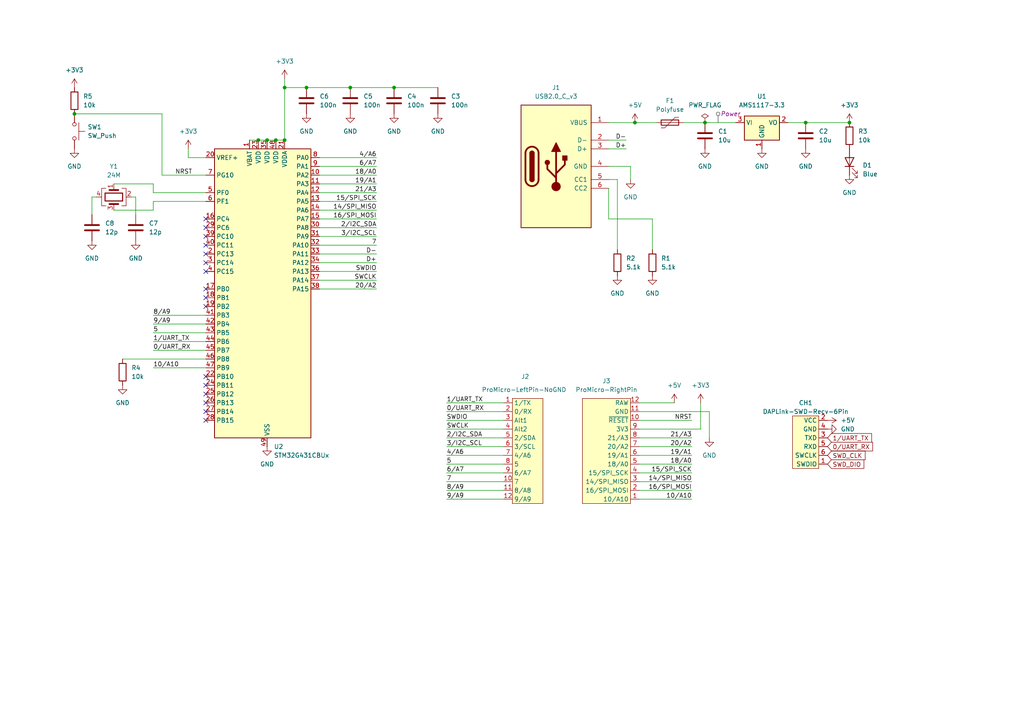
<source format=kicad_sch>
(kicad_sch (version 20230121) (generator eeschema)
  (paper "A4")
  (lib_symbols
    (symbol "$74th:DAPLink-SWD-Recv-6Pin"
      (property "Reference" "J" (at 0 5.08 0))
      (property "Value" "DAPLink-SWD-Recv-6Pin" (at 0 7.62 0))
      (symbol "DAPLink-SWD-Recv-6Pin_0_1"
        (rectangle (start -3.81 3.81) (end 3.81 -11.43) (stroke (width 0.1524)) (fill (type background)))
      )
      (symbol "DAPLink-SWD-Recv-6Pin_1_1"
        (pin output line (at 6.35 -10.16 180) (length 2.54) (name "SWDIO") (number "1"))
        (pin power_out line (at 6.35 2.54 180) (length 2.54) (name "VCC") (number "2"))
        (pin input line (at 6.35 -2.54 180) (length 2.54) (name "TXD") (number "3"))
        (pin power_out line (at 6.35 0 180) (length 2.54) (name "GND") (number "4"))
        (pin output line (at 6.35 -5.08 180) (length 2.54) (name "RXD") (number "5"))
        (pin output line (at 6.35 -7.62 180) (length 2.54) (name "SWCLK") (number "6"))
      )
    )
    (symbol "$74th:Oscillator_24GND" (pin_names (offset 1.016) hide)
      (property "Reference" "Y" (at 3.175 5.08 0))
      (property "Value" "Oscillator_24GND" (at 3.175 3.175 0))
      (symbol "Oscillator_24GND_0_1"
        (rectangle (start -1.143 2.54) (end 1.143 -2.54) (stroke (width 0.3048)))
        (polyline (pts (xy -2.54 0) (xy -2.032 0)))
        (polyline (pts (xy -2.032 -1.27) (xy -2.032 1.27)) (stroke (width 0.508)))
        (polyline (pts (xy 0 -3.81) (xy 0 -3.556)))
        (polyline (pts (xy 0 3.556) (xy 0 3.81)))
        (polyline (pts (xy 2.032 -1.27) (xy 2.032 1.27)) (stroke (width 0.508)))
        (polyline (pts (xy 2.032 0) (xy 2.54 0)))
        (polyline (pts (xy -2.54 -2.286) (xy -2.54 -3.556) (xy 2.54 -3.556) (xy 2.54 -2.286)))
        (polyline (pts (xy -2.54 2.286) (xy -2.54 3.556) (xy 2.54 3.556) (xy 2.54 2.286)))
      )
      (symbol "Oscillator_24GND_1_1"
        (pin passive line (at -3.81 0 0) (length 1.27) (name "1") (number "1"))
        (pin passive line (at 0 5.08 270) (length 1.27) (name "2") (number "2"))
        (pin passive line (at 3.81 0 180) (length 1.27) (name "3") (number "3"))
        (pin passive line (at 0 -5.08 90) (length 1.27) (name "4") (number "4"))
      )
    )
    (symbol "$74th:ProMicro-LeftPin-NoGND"
      (property "Reference" "CH" (at 0 12.7 0))
      (property "Value" "ProMicro-LeftPin" (at 0 15.24 0))
      (symbol "ProMicro-LeftPin-NoGND_0_1"
        (rectangle (start -3.81 11.43) (end 5.08 -19.05) (stroke (width 0.1524)) (fill (type background)))
      )
      (symbol "ProMicro-LeftPin-NoGND_1_1"
        (pin bidirectional line (at -6.35 10.16 0) (length 2.54) (name "1/TX") (number "1"))
        (pin bidirectional line (at -6.35 -12.7 0) (length 2.54) (name "7") (number "10"))
        (pin bidirectional line (at -6.35 -15.24 0) (length 2.54) (name "8/A8") (number "11"))
        (pin bidirectional line (at -6.35 -17.78 0) (length 2.54) (name "9/A9") (number "12"))
        (pin bidirectional line (at -6.35 7.62 0) (length 2.54) (name "0/RX") (number "2"))
        (pin bidirectional line (at -6.35 5.08 0) (length 2.54) (name "Alt1") (number "3"))
        (pin bidirectional line (at -6.35 2.54 0) (length 2.54) (name "Alt2") (number "4"))
        (pin bidirectional line (at -6.35 0 0) (length 2.54) (name "2/SDA") (number "5"))
        (pin bidirectional line (at -6.35 -2.54 0) (length 2.54) (name "3/SCL") (number "6"))
        (pin bidirectional line (at -6.35 -5.08 0) (length 2.54) (name "4/A6") (number "7"))
        (pin bidirectional line (at -6.35 -7.62 0) (length 2.54) (name "5") (number "8"))
        (pin bidirectional line (at -6.35 -10.16 0) (length 2.54) (name "6/A7") (number "9"))
      )
    )
    (symbol "$74th:ProMicro-RightPin"
      (property "Reference" "CH" (at 0 12.7 0))
      (property "Value" "ProMicro-RightPin" (at 0 15.24 0))
      (symbol "ProMicro-RightPin_0_1"
        (rectangle (start -3.81 11.43) (end 10.16 -19.05) (stroke (width 0.1524)) (fill (type background)))
      )
      (symbol "ProMicro-RightPin_1_1"
        (pin bidirectional line (at 12.7 -17.78 180) (length 2.54) (name "10/A10") (number "1"))
        (pin input line (at 12.7 5.08 180) (length 2.54) (name "~{RESET}") (number "10"))
        (pin power_in line (at 12.7 7.62 180) (length 2.54) (name "GND") (number "11"))
        (pin power_in line (at 12.7 10.16 180) (length 2.54) (name "RAW") (number "12"))
        (pin bidirectional line (at 12.7 -15.24 180) (length 2.54) (name "16/SPI_MOSI") (number "2"))
        (pin bidirectional line (at 12.7 -12.7 180) (length 2.54) (name "14/SPI_MISO") (number "3"))
        (pin bidirectional line (at 12.7 -10.16 180) (length 2.54) (name "15/SPI_SCK") (number "4"))
        (pin bidirectional line (at 12.7 -7.62 180) (length 2.54) (name "18/A0") (number "5"))
        (pin bidirectional line (at 12.7 -5.08 180) (length 2.54) (name "19/A1") (number "6"))
        (pin bidirectional line (at 12.7 -2.54 180) (length 2.54) (name "20/A2") (number "7"))
        (pin bidirectional line (at 12.7 0 180) (length 2.54) (name "21/A3") (number "8"))
        (pin power_in line (at 12.7 2.54 180) (length 2.54) (name "3V3") (number "9"))
      )
    )
    (symbol "$74th:USB2.0_C_v3" (pin_names (offset 1.016))
      (property "Reference" "J" (at -10.16 19.05 0))
      (property "Value" "USB2.0_C_v3" (at 12.7 19.05 0))
      (symbol "USB2.0_C_v3_0_1"
        (rectangle (start -10.16 17.78) (end 10.16 -17.78) (stroke (width 0.254)) (fill (type background)))
        (arc (start -8.89 -3.81) (mid -6.985 -5.7067) (end -5.08 -3.81) (stroke (width 0.508)))
        (arc (start -7.62 -3.81) (mid -6.985 -4.4423) (end -6.35 -3.81) (stroke (width 0.254)))
        (arc (start -7.62 -3.81) (mid -6.985 -4.4423) (end -6.35 -3.81) (stroke (width 0.254)) (fill (type outline)))
        (rectangle (start -7.62 -3.81) (end -6.35 3.81) (stroke (width 0.254)) (fill (type outline)))
        (arc (start -6.35 3.81) (mid -6.985 4.4423) (end -7.62 3.81) (stroke (width 0.254)))
        (arc (start -6.35 3.81) (mid -6.985 4.4423) (end -7.62 3.81) (stroke (width 0.254)) (fill (type outline)))
        (arc (start -5.08 3.81) (mid -6.985 5.7067) (end -8.89 3.81) (stroke (width 0.508)))
        (circle (center -2.54 1.143) (radius 0.635) (stroke (width 0.254)) (fill (type outline)))
        (circle (center 0 -5.842) (radius 1.27) (fill (type outline)))
        (polyline (pts (xy -8.89 -3.81) (xy -8.89 3.81)) (stroke (width 0.508)))
        (polyline (pts (xy -5.08 3.81) (xy -5.08 -3.81)) (stroke (width 0.508)))
        (polyline (pts (xy 0 -5.842) (xy 0 4.318)) (stroke (width 0.508)))
        (polyline (pts (xy 0 -3.302) (xy -2.54 -0.762) (xy -2.54 0.508)) (stroke (width 0.508)))
        (polyline (pts (xy 0 -2.032) (xy 2.54 0.508) (xy 2.54 1.778)) (stroke (width 0.508)))
        (polyline (pts (xy -1.27 4.318) (xy 0 6.858) (xy 1.27 4.318) (xy -1.27 4.318)) (stroke (width 0.254)) (fill (type outline)))
        (rectangle (start 1.905 1.778) (end 3.175 3.048) (stroke (width 0.254)) (fill (type outline)))
      )
      (symbol "USB2.0_C_v3_1_1"
        (pin power_out line (at 15.24 12.7 180) (length 5.08) (name "VBUS") (number "1"))
        (pin bidirectional line (at 15.24 7.62 180) (length 5.08) (name "D-") (number "2"))
        (pin bidirectional line (at 15.24 5.08 180) (length 5.08) (name "D+") (number "3"))
        (pin power_out line (at 15.24 0 180) (length 5.08) (name "GND") (number "4"))
        (pin bidirectional line (at 15.24 -3.81 180) (length 5.08) (name "CC1") (number "5"))
        (pin bidirectional line (at 15.24 -6.35 180) (length 5.08) (name "CC2") (number "6"))
      )
    )
    (symbol "Device:C" (pin_numbers hide) (pin_names (offset 0.254))
      (property "Reference" "C" (at 0.635 2.54 0))
      (property "Value" "C" (at 0.635 -2.54 0))
      (symbol "C_0_1"
        (polyline (pts (xy -2.032 -0.762) (xy 2.032 -0.762)) (stroke (width 0.508)))
        (polyline (pts (xy -2.032 0.762) (xy 2.032 0.762)) (stroke (width 0.508)))
      )
      (symbol "C_1_1"
        (pin passive line (at 0 3.81 270) (length 2.794) (name "~") (number "1"))
        (pin passive line (at 0 -3.81 90) (length 2.794) (name "~") (number "2"))
      )
    )
    (symbol "Device:LED" (pin_numbers hide) (pin_names (offset 1.016) hide)
      (property "Reference" "D" (at 0 2.54 0))
      (property "Value" "LED" (at 0 -2.54 0))
      (symbol "LED_0_1"
        (polyline (pts (xy -1.27 -1.27) (xy -1.27 1.27)) (stroke (width 0.254)))
        (polyline (pts (xy -1.27 0) (xy 1.27 0)))
        (polyline (pts (xy 1.27 -1.27) (xy 1.27 1.27) (xy -1.27 0) (xy 1.27 -1.27)) (stroke (width 0.254)))
        (polyline (pts (xy -3.048 -0.762) (xy -4.572 -2.286) (xy -3.81 -2.286) (xy -4.572 -2.286) (xy -4.572 -1.524)))
        (polyline (pts (xy -1.778 -0.762) (xy -3.302 -2.286) (xy -2.54 -2.286) (xy -3.302 -2.286) (xy -3.302 -1.524)))
      )
      (symbol "LED_1_1"
        (pin passive line (at -3.81 0 0) (length 2.54) (name "K") (number "1"))
        (pin passive line (at 3.81 0 180) (length 2.54) (name "A") (number "2"))
      )
    )
    (symbol "Device:Polyfuse" (pin_numbers hide) (pin_names (offset 0))
      (property "Reference" "F" (at -2.54 0 90))
      (property "Value" "Polyfuse" (at 2.54 0 90))
      (symbol "Polyfuse_0_1"
        (rectangle (start -0.762 2.54) (end 0.762 -2.54) (stroke (width 0.254)))
        (polyline (pts (xy 0 2.54) (xy 0 -2.54)))
        (polyline (pts (xy -1.524 2.54) (xy -1.524 1.524) (xy 1.524 -1.524) (xy 1.524 -2.54)))
      )
      (symbol "Polyfuse_1_1"
        (pin passive line (at 0 3.81 270) (length 1.27) (name "~") (number "1"))
        (pin passive line (at 0 -3.81 90) (length 1.27) (name "~") (number "2"))
      )
    )
    (symbol "Device:R" (pin_numbers hide) (pin_names (offset 0))
      (property "Reference" "R" (at 2.032 0 90))
      (property "Value" "R" (at 0 0 90))
      (symbol "R_0_1"
        (rectangle (start -1.016 -2.54) (end 1.016 2.54) (stroke (width 0.254)))
      )
      (symbol "R_1_1"
        (pin passive line (at 0 3.81 270) (length 1.27) (name "~") (number "1"))
        (pin passive line (at 0 -3.81 90) (length 1.27) (name "~") (number "2"))
      )
    )
    (symbol "MCU_ST_STM32G4:STM32G431CBUx"
      (property "Reference" "U" (at -12.7 44.45 0))
      (property "Value" "STM32G431CBUx" (at 10.16 44.45 0))
      (symbol "STM32G431CBUx_0_1"
        (rectangle (start -12.7 -40.64) (end 15.24 43.18) (stroke (width 0.254)) (fill (type background)))
      )
      (symbol "STM32G431CBUx_1_1"
        (pin power_in line (at -2.54 45.72 270) (length 2.54) (name "VBAT") (number "1"))
        (pin bidirectional line (at 17.78 35.56 180) (length 2.54) (name "PA2") (number "10"))
        (pin bidirectional line (at 17.78 33.02 180) (length 2.54) (name "PA3") (number "11"))
        (pin bidirectional line (at 17.78 30.48 180) (length 2.54) (name "PA4") (number "12"))
        (pin bidirectional line (at 17.78 27.94 180) (length 2.54) (name "PA5") (number "13"))
        (pin bidirectional line (at 17.78 25.4 180) (length 2.54) (name "PA6") (number "14"))
        (pin bidirectional line (at 17.78 22.86 180) (length 2.54) (name "PA7") (number "15"))
        (pin bidirectional line (at -15.24 22.86 0) (length 2.54) (name "PC4") (number "16"))
        (pin bidirectional line (at -15.24 2.54 0) (length 2.54) (name "PB0") (number "17"))
        (pin bidirectional line (at -15.24 0 0) (length 2.54) (name "PB1") (number "18"))
        (pin bidirectional line (at -15.24 -2.54 0) (length 2.54) (name "PB2") (number "19"))
        (pin bidirectional line (at -15.24 12.7 0) (length 2.54) (name "PC13") (number "2"))
        (pin input line (at -15.24 40.64 0) (length 2.54) (name "VREF+") (number "20"))
        (pin power_in line (at 7.62 45.72 270) (length 2.54) (name "VDDA") (number "21"))
        (pin bidirectional line (at -15.24 -22.86 0) (length 2.54) (name "PB10") (number "22"))
        (pin power_in line (at 0 45.72 270) (length 2.54) (name "VDD") (number "23"))
        (pin bidirectional line (at -15.24 -25.4 0) (length 2.54) (name "PB11") (number "24"))
        (pin bidirectional line (at -15.24 -27.94 0) (length 2.54) (name "PB12") (number "25"))
        (pin bidirectional line (at -15.24 -30.48 0) (length 2.54) (name "PB13") (number "26"))
        (pin bidirectional line (at -15.24 -33.02 0) (length 2.54) (name "PB14") (number "27"))
        (pin bidirectional line (at -15.24 -35.56 0) (length 2.54) (name "PB15") (number "28"))
        (pin bidirectional line (at -15.24 20.32 0) (length 2.54) (name "PC6") (number "29"))
        (pin bidirectional line (at -15.24 10.16 0) (length 2.54) (name "PC14") (number "3"))
        (pin bidirectional line (at 17.78 20.32 180) (length 2.54) (name "PA8") (number "30"))
        (pin bidirectional line (at 17.78 17.78 180) (length 2.54) (name "PA9") (number "31"))
        (pin bidirectional line (at 17.78 15.24 180) (length 2.54) (name "PA10") (number "32"))
        (pin bidirectional line (at 17.78 12.7 180) (length 2.54) (name "PA11") (number "33"))
        (pin bidirectional line (at 17.78 10.16 180) (length 2.54) (name "PA12") (number "34"))
        (pin power_in line (at 2.54 45.72 270) (length 2.54) (name "VDD") (number "35"))
        (pin bidirectional line (at 17.78 7.62 180) (length 2.54) (name "PA13") (number "36"))
        (pin bidirectional line (at 17.78 5.08 180) (length 2.54) (name "PA14") (number "37"))
        (pin bidirectional line (at 17.78 2.54 180) (length 2.54) (name "PA15") (number "38"))
        (pin bidirectional line (at -15.24 17.78 0) (length 2.54) (name "PC10") (number "39"))
        (pin bidirectional line (at -15.24 7.62 0) (length 2.54) (name "PC15") (number "4"))
        (pin bidirectional line (at -15.24 15.24 0) (length 2.54) (name "PC11") (number "40"))
        (pin bidirectional line (at -15.24 -5.08 0) (length 2.54) (name "PB3") (number "41"))
        (pin bidirectional line (at -15.24 -7.62 0) (length 2.54) (name "PB4") (number "42"))
        (pin bidirectional line (at -15.24 -10.16 0) (length 2.54) (name "PB5") (number "43"))
        (pin bidirectional line (at -15.24 -12.7 0) (length 2.54) (name "PB6") (number "44"))
        (pin bidirectional line (at -15.24 -15.24 0) (length 2.54) (name "PB7") (number "45"))
        (pin bidirectional line (at -15.24 -17.78 0) (length 2.54) (name "PB8") (number "46"))
        (pin bidirectional line (at -15.24 -20.32 0) (length 2.54) (name "PB9") (number "47"))
        (pin power_in line (at 5.08 45.72 270) (length 2.54) (name "VDD") (number "48"))
        (pin power_in line (at 2.54 -43.18 90) (length 2.54) (name "VSS") (number "49"))
        (pin bidirectional line (at -15.24 30.48 0) (length 2.54) (name "PF0") (number "5"))
        (pin bidirectional line (at -15.24 27.94 0) (length 2.54) (name "PF1") (number "6"))
        (pin bidirectional line (at -15.24 35.56 0) (length 2.54) (name "PG10") (number "7"))
        (pin bidirectional line (at 17.78 40.64 180) (length 2.54) (name "PA0") (number "8"))
        (pin bidirectional line (at 17.78 38.1 180) (length 2.54) (name "PA1") (number "9"))
      )
    )
    (symbol "Regulator_Linear:AMS1117-3.3"
      (property "Reference" "U" (at -3.81 3.175 0))
      (property "Value" "AMS1117-3.3" (at 0 3.175 0))
      (symbol "AMS1117-3.3_0_1"
        (rectangle (start -5.08 -5.08) (end 5.08 1.905) (stroke (width 0.254)) (fill (type background)))
      )
      (symbol "AMS1117-3.3_1_1"
        (pin power_in line (at 0 -7.62 90) (length 2.54) (name "GND") (number "1"))
        (pin power_out line (at 7.62 0 180) (length 2.54) (name "VO") (number "2"))
        (pin power_in line (at -7.62 0 0) (length 2.54) (name "VI") (number "3"))
      )
    )
    (symbol "Switch:SW_Push" (pin_numbers hide) (pin_names (offset 1.016) hide)
      (property "Reference" "SW" (at 1.27 2.54 0))
      (property "Value" "SW_Push" (at 0 -1.524 0))
      (symbol "SW_Push_0_1"
        (circle (center -2.032 0) (radius 0.508))
        (polyline (pts (xy 0 1.27) (xy 0 3.048)))
        (polyline (pts (xy 2.54 1.27) (xy -2.54 1.27)))
        (circle (center 2.032 0) (radius 0.508))
        (pin passive line (at -5.08 0 0) (length 2.54) (name "1") (number "1"))
        (pin passive line (at 5.08 0 180) (length 2.54) (name "2") (number "2"))
      )
    )
    (symbol "power:+3V3" (power) (pin_names (offset 0))
      (property "Value" "+3V3" (at 0 3.556 0))
      (symbol "+3V3_0_1"
        (polyline (pts (xy -0.762 1.27) (xy 0 2.54)))
        (polyline (pts (xy 0 0) (xy 0 2.54)))
        (polyline (pts (xy 0 2.54) (xy 0.762 1.27)))
      )
      (symbol "+3V3_1_1"
        (pin power_in line (at 0 0 90) (length 0) hide (name "+3V3") (number "1"))
      )
    )
    (symbol "power:+5V" (power) (pin_names (offset 0))
      (property "Value" "+5V" (at 0 3.556 0))
      (symbol "+5V_0_1"
        (polyline (pts (xy -0.762 1.27) (xy 0 2.54)))
        (polyline (pts (xy 0 0) (xy 0 2.54)))
        (polyline (pts (xy 0 2.54) (xy 0.762 1.27)))
      )
      (symbol "+5V_1_1"
        (pin power_in line (at 0 0 90) (length 0) hide (name "+5V") (number "1"))
      )
    )
    (symbol "power:GND" (power) (pin_names (offset 0))
      (property "Value" "GND" (at 0 -3.81 0))
      (symbol "GND_0_1"
        (polyline (pts (xy 0 0) (xy 0 -1.27) (xy 1.27 -1.27) (xy 0 -2.54) (xy -1.27 -1.27) (xy 0 -1.27)))
      )
      (symbol "GND_1_1"
        (pin power_in line (at 0 0 270) (length 0) hide (name "GND") (number "1"))
      )
    )
    (symbol "power:PWR_FLAG" (power) (pin_numbers hide) (pin_names (offset 0) hide)
      (property "Value" "PWR_FLAG" (at 0 3.81 0))
      (symbol "PWR_FLAG_0_0"
        (pin power_out line (at 0 0 90) (length 0) (name "pwr") (number "1"))
      )
      (symbol "PWR_FLAG_0_1"
        (polyline (pts (xy 0 0) (xy 0 1.27) (xy -1.016 1.905) (xy 0 2.54) (xy 1.016 1.905) (xy 0 1.27)))
      )
    )
  )
  (junction (at 114.3 25.4))
  (junction (at 204.47 35.56))
  (junction (at 77.47 40.64))
  (junction (at 88.9 25.4))
  (junction (at 184.15 35.56))
  (junction (at 80.01 40.64))
  (junction (at 74.93 40.64))
  (junction (at 246.38 35.56))
  (junction (at 82.55 25.4))
  (junction (at 21.59 33.02))
  (junction (at 101.6 25.4))
  (junction (at 233.68 35.56))
  (junction (at 82.55 40.64))
  (no_connect (at 59.69 66.04))
  (no_connect (at 59.69 68.58))
  (no_connect (at 59.69 111.76))
  (no_connect (at 59.69 116.84))
  (no_connect (at 59.69 109.22))
  (no_connect (at 59.69 76.2))
  (no_connect (at 59.69 83.82))
  (no_connect (at 59.69 63.5))
  (no_connect (at 59.69 121.92))
  (no_connect (at 59.69 88.9))
  (no_connect (at 59.69 119.38))
  (no_connect (at 59.69 78.74))
  (no_connect (at 59.69 71.12))
  (no_connect (at 59.69 73.66))
  (no_connect (at 59.69 114.3))
  (no_connect (at 59.69 86.36))
  (wire (pts (xy 185.42 119.38) (xy 205.74 119.38)))
  (wire (pts (xy 205.74 119.38) (xy 205.74 127)))
  (wire (pts (xy 176.53 40.64) (xy 181.61 40.64)))
  (wire (pts (xy 44.45 101.6) (xy 59.69 101.6)))
  (wire (pts (xy 44.45 55.88) (xy 59.69 55.88)))
  (wire (pts (xy 185.42 116.84) (xy 195.58 116.84)))
  (wire (pts (xy 129.54 144.78) (xy 146.05 144.78)))
  (wire (pts (xy 26.67 57.15) (xy 26.67 62.23)))
  (wire (pts (xy 77.47 40.64) (xy 80.01 40.64)))
  (wire (pts (xy 129.54 137.16) (xy 146.05 137.16)))
  (wire (pts (xy 200.66 142.24) (xy 185.42 142.24)))
  (wire (pts (xy 129.54 139.7) (xy 146.05 139.7)))
  (wire (pts (xy 80.01 40.64) (xy 82.55 40.64)))
  (wire (pts (xy 189.23 63.5) (xy 189.23 72.39)))
  (wire (pts (xy 59.69 50.8) (xy 46.99 50.8)))
  (wire (pts (xy 92.71 83.82) (xy 109.22 83.82)))
  (wire (pts (xy 59.69 58.42) (xy 44.45 58.42)))
  (wire (pts (xy 44.45 58.42) (xy 44.45 60.96)))
  (wire (pts (xy 184.15 35.56) (xy 190.5 35.56)))
  (wire (pts (xy 54.61 45.72) (xy 54.61 43.18)))
  (wire (pts (xy 92.71 48.26) (xy 109.22 48.26)))
  (wire (pts (xy 92.71 50.8) (xy 109.22 50.8)))
  (wire (pts (xy 44.45 96.52) (xy 59.69 96.52)))
  (wire (pts (xy 92.71 73.66) (xy 109.22 73.66)))
  (wire (pts (xy 129.54 134.62) (xy 146.05 134.62)))
  (wire (pts (xy 74.93 40.64) (xy 77.47 40.64)))
  (wire (pts (xy 176.53 35.56) (xy 184.15 35.56)))
  (wire (pts (xy 200.66 129.54) (xy 185.42 129.54)))
  (wire (pts (xy 44.45 93.98) (xy 59.69 93.98)))
  (wire (pts (xy 179.07 52.07) (xy 179.07 72.39)))
  (wire (pts (xy 233.68 35.56) (xy 246.38 35.56)))
  (wire (pts (xy 44.45 53.34) (xy 44.45 55.88)))
  (wire (pts (xy 46.99 50.8) (xy 46.99 33.02)))
  (wire (pts (xy 92.71 78.74) (xy 109.22 78.74)))
  (wire (pts (xy 92.71 71.12) (xy 109.22 71.12)))
  (wire (pts (xy 200.66 127) (xy 185.42 127)))
  (wire (pts (xy 88.9 25.4) (xy 101.6 25.4)))
  (wire (pts (xy 92.71 76.2) (xy 109.22 76.2)))
  (wire (pts (xy 92.71 68.58) (xy 109.22 68.58)))
  (wire (pts (xy 185.42 124.46) (xy 203.2 124.46)))
  (wire (pts (xy 176.53 52.07) (xy 179.07 52.07)))
  (wire (pts (xy 35.56 104.14) (xy 59.69 104.14)))
  (wire (pts (xy 101.6 25.4) (xy 114.3 25.4)))
  (wire (pts (xy 44.45 99.06) (xy 59.69 99.06)))
  (wire (pts (xy 82.55 25.4) (xy 88.9 25.4)))
  (wire (pts (xy 44.45 91.44) (xy 59.69 91.44)))
  (wire (pts (xy 92.71 53.34) (xy 109.22 53.34)))
  (wire (pts (xy 129.54 127) (xy 146.05 127)))
  (wire (pts (xy 200.66 132.08) (xy 185.42 132.08)))
  (wire (pts (xy 92.71 60.96) (xy 109.22 60.96)))
  (wire (pts (xy 114.3 25.4) (xy 127 25.4)))
  (wire (pts (xy 33.02 53.34) (xy 44.45 53.34)))
  (wire (pts (xy 129.54 129.54) (xy 146.05 129.54)))
  (wire (pts (xy 129.54 132.08) (xy 146.05 132.08)))
  (wire (pts (xy 129.54 142.24) (xy 146.05 142.24)))
  (wire (pts (xy 92.71 81.28) (xy 109.22 81.28)))
  (wire (pts (xy 200.66 144.78) (xy 185.42 144.78)))
  (wire (pts (xy 92.71 63.5) (xy 109.22 63.5)))
  (wire (pts (xy 200.66 139.7) (xy 185.42 139.7)))
  (wire (pts (xy 129.54 121.92) (xy 146.05 121.92)))
  (wire (pts (xy 59.69 45.72) (xy 54.61 45.72)))
  (wire (pts (xy 176.53 63.5) (xy 176.53 54.61)))
  (wire (pts (xy 176.53 63.5) (xy 189.23 63.5)))
  (wire (pts (xy 203.2 124.46) (xy 203.2 116.84)))
  (wire (pts (xy 176.53 43.18) (xy 181.61 43.18)))
  (wire (pts (xy 129.54 119.38) (xy 146.05 119.38)))
  (wire (pts (xy 198.12 35.56) (xy 204.47 35.56)))
  (wire (pts (xy 44.45 60.96) (xy 33.02 60.96)))
  (wire (pts (xy 46.99 33.02) (xy 21.59 33.02)))
  (wire (pts (xy 72.39 40.64) (xy 74.93 40.64)))
  (wire (pts (xy 182.88 48.26) (xy 182.88 52.07)))
  (wire (pts (xy 129.54 124.46) (xy 146.05 124.46)))
  (wire (pts (xy 82.55 22.86) (xy 82.55 25.4)))
  (wire (pts (xy 82.55 25.4) (xy 82.55 40.64)))
  (wire (pts (xy 39.37 57.15) (xy 39.37 62.23)))
  (wire (pts (xy 185.42 121.92) (xy 200.66 121.92)))
  (wire (pts (xy 200.66 137.16) (xy 185.42 137.16)))
  (wire (pts (xy 27.94 57.15) (xy 26.67 57.15)))
  (wire (pts (xy 204.47 35.56) (xy 213.36 35.56)))
  (wire (pts (xy 228.6 35.56) (xy 233.68 35.56)))
  (wire (pts (xy 92.71 55.88) (xy 109.22 55.88)))
  (wire (pts (xy 182.88 48.26) (xy 176.53 48.26)))
  (wire (pts (xy 38.1 57.15) (xy 39.37 57.15)))
  (wire (pts (xy 92.71 58.42) (xy 109.22 58.42)))
  (wire (pts (xy 92.71 66.04) (xy 109.22 66.04)))
  (wire (pts (xy 200.66 134.62) (xy 185.42 134.62)))
  (wire (pts (xy 129.54 116.84) (xy 146.05 116.84)))
  (wire (pts (xy 92.71 45.72) (xy 109.22 45.72)))
  (wire (pts (xy 44.45 106.68) (xy 59.69 106.68)))
  (label "5" (at 44.45 96.52 0))
  (label "3{slash}I2C_SCL" (at 129.54 129.54 0))
  (label "16{slash}SPI_MOSI" (at 109.22 63.5 180))
  (label "3{slash}I2C_SCL" (at 109.22 68.58 180))
  (label "8{slash}A9" (at 44.45 91.44 0))
  (label "SWCLK" (at 129.54 124.46 0))
  (label "4{slash}A6" (at 129.54 132.08 0))
  (label "0{slash}UART_RX" (at 129.54 119.38 0))
  (label "7" (at 129.54 139.7 0))
  (label "18{slash}A0" (at 109.22 50.8 180))
  (label "1{slash}UART_TX" (at 129.54 116.84 0))
  (label "18{slash}A0" (at 200.66 134.62 180))
  (label "SWDIO" (at 129.54 121.92 0))
  (label "SWDIO" (at 109.22 78.74 180))
  (label "NRST" (at 50.8 50.8 0))
  (label "SWCLK" (at 109.22 81.28 180))
  (label "20{slash}A2" (at 109.22 83.82 180))
  (label "16{slash}SPI_MOSI" (at 200.66 142.24 180))
  (label "20{slash}A2" (at 200.66 129.54 180))
  (label "9{slash}A9" (at 44.45 93.98 0))
  (label "D-" (at 109.22 73.66 180))
  (label "2{slash}I2C_SDA" (at 129.54 127 0))
  (label "10{slash}A10" (at 44.45 106.68 0))
  (label "21{slash}A3" (at 109.22 55.88 180))
  (label "0{slash}UART_RX" (at 44.45 101.6 0))
  (label "5" (at 129.54 134.62 0))
  (label "19{slash}A1" (at 200.66 132.08 180))
  (label "4{slash}A6" (at 109.22 45.72 180))
  (label "10{slash}A10" (at 200.66 144.78 180))
  (label "15{slash}SPI_SCK" (at 200.66 137.16 180))
  (label "7" (at 109.22 71.12 180))
  (label "19{slash}A1" (at 109.22 53.34 180))
  (label "6{slash}A7" (at 129.54 137.16 0))
  (label "9{slash}A9" (at 129.54 144.78 0))
  (label "D+" (at 109.22 76.2 180))
  (label "D+" (at 181.61 43.18 180))
  (label "15{slash}SPI_SCK" (at 109.22 58.42 180))
  (label "NRST" (at 200.66 121.92 180))
  (label "2{slash}I2C_SDA" (at 109.22 66.04 180))
  (label "8{slash}A9" (at 129.54 142.24 0))
  (label "21{slash}A3" (at 200.66 127 180))
  (label "1{slash}UART_TX" (at 44.45 99.06 0))
  (label "D-" (at 181.61 40.64 180))
  (label "14{slash}SPI_MISO" (at 109.22 60.96 180))
  (label "6{slash}A7" (at 109.22 48.26 180))
  (label "14{slash}SPI_MISO" (at 200.66 139.7 180))
  (global_label "SWD_CLK" (shape input) (at 240.03 132.08 0) (property "Intersheetrefs" "${INTERSHEET_REFS}" (effects hide)) (property "シート間のリファレンス" "${INTERSHEET_REFS}" (effects hide)))
  (global_label "SWD_DIO" (shape input) (at 240.03 134.62 0) (property "Intersheetrefs" "${INTERSHEET_REFS}" (effects hide)) (property "シート間のリファレンス" "${INTERSHEET_REFS}" (effects hide)))
  (global_label "1{slash}UART_TX" (shape input) (at 240.03 127 0) (property "Intersheetrefs" "${INTERSHEET_REFS}" (effects hide)) (property "シート間のリファレンス" "${INTERSHEET_REFS}" (effects hide)))
  (global_label "0{slash}UART_RX" (shape input) (at 240.03 129.54 0) (property "Intersheetrefs" "${INTERSHEET_REFS}" (effects hide)) (property "シート間のリファレンス" "${INTERSHEET_REFS}" (effects hide)))
  (netclass_flag "" (length 2.54) (shape round) (at 208.28 35.56 0) (property "Netclass" "Power" (at 208.9785 33.02 0) (effects (font italic) (justify left))))
  (symbol (lib_id "Device:LED") (at 246.38 46.99 90) (unit 1)
    (property "Reference" "D1" (at 250.19 47.9425 90) (effects (justify right)))
    (property "Value" "Blue" (at 250.19 50.4825 90) (effects (justify right)))
    (property "Footprint" "$74th:LED_0805_2012Metric_Pad1.15x1.40mm_HandSolder" (effects hide))
  )
  (symbol (lib_id "power:+3V3") (at 82.55 22.86 0) (unit 1)
    (property "Reference" "#PWR025" (effects hide))
    (property "Value" "+3V3" (at 82.55 17.78 0))
  )
  (symbol (lib_id "power:+5V") (at 195.58 116.84 0) (unit 1)
    (property "Reference" "#PWR014" (effects hide))
    (property "Value" "+5V" (at 195.58 111.76 0))
  )
  (symbol (lib_id "Device:C") (at 26.67 66.04 0) (unit 1)
    (property "Reference" "C8" (at 30.48 64.77 0) (effects (justify left)))
    (property "Value" "12p" (at 30.48 67.31 0) (effects (justify left)))
    (property "Footprint" "$74th:Capacitor_0603_1608" (effects hide))
  )
  (symbol (lib_id "Device:C") (at 39.37 66.04 0) (unit 1)
    (property "Reference" "C7" (at 43.18 64.77 0) (effects (justify left)))
    (property "Value" "12p" (at 43.18 67.31 0) (effects (justify left)))
    (property "Footprint" "$74th:Capacitor_0603_1608" (effects hide))
  )
  (symbol (lib_id "MCU_ST_STM32G4:STM32G431CBUx") (at 74.93 86.36 0) (unit 1)
    (property "Reference" "U2" (at 79.4259 129.54 0) (effects (justify left)))
    (property "Value" "STM32G431CBUx" (at 79.4259 132.08 0) (effects (justify left)))
    (property "Footprint" "Package_DFN_QFN:QFN-48-1EP_7x7mm_P0.5mm_EP5.6x5.6mm" (effects hide))
    (property "Datasheet" "https://www.st.com/resource/en/datasheet/stm32g431cb.pdf" (effects hide))
  )
  (symbol (lib_id "power:GND") (at 179.07 80.01 0) (unit 1)
    (property "Reference" "#PWR05" (effects hide))
    (property "Value" "GND" (at 179.07 85.09 0))
  )
  (symbol (lib_id "power:GND") (at 35.56 111.76 0) (unit 1)
    (property "Reference" "#PWR017" (effects hide))
    (property "Value" "GND" (at 35.56 116.84 0))
  )
  (symbol (lib_id "$74th:ProMicro-LeftPin-NoGND") (at 152.4 127 0) (unit 1)
    (property "Reference" "J2" (at 151.13 109.22 0) (effects (justify left)))
    (property "Value" "ProMicro-LeftPin-NoGND" (at 139.7 113.03 0) (effects (justify left)))
    (property "Footprint" "$74th:ProMicro_LIKE_LEFT_NO_GND" (effects hide))
  )
  (symbol (lib_id "power:GND") (at 88.9 33.02 0) (unit 1)
    (property "Reference" "#PWR022" (effects hide))
    (property "Value" "GND" (at 88.9 38.1 0))
  )
  (symbol (lib_id "power:GND") (at 26.67 69.85 0) (unit 1)
    (property "Reference" "#PWR023" (effects hide))
    (property "Value" "GND" (at 26.67 74.93 0))
  )
  (symbol (lib_id "power:GND") (at 39.37 69.85 0) (unit 1)
    (property "Reference" "#PWR024" (effects hide))
    (property "Value" "GND" (at 39.37 74.93 0))
  )
  (symbol (lib_id "Switch:SW_Push") (at 21.59 38.1 270) (unit 1)
    (property "Reference" "SW1" (at 25.4 36.83 90) (effects (justify left)))
    (property "Value" "SW_Push" (at 25.4 39.37 90) (effects (justify left)))
    (property "Footprint" "$74th:SKRPABE010" (effects hide))
  )
  (symbol (lib_id "power:+3V3") (at 21.59 25.4 0) (unit 1)
    (property "Reference" "#PWR012" (effects hide))
    (property "Value" "+3V3" (at 21.59 20.32 0))
  )
  (symbol (lib_id "power:GND") (at 101.6 33.02 0) (unit 1)
    (property "Reference" "#PWR021" (effects hide))
    (property "Value" "GND" (at 101.6 38.1 0))
  )
  (symbol (lib_id "power:GND") (at 220.98 43.18 0) (unit 1)
    (property "Reference" "#PWR06" (effects hide))
    (property "Value" "GND" (at 220.98 48.26 0))
  )
  (symbol (lib_id "power:+3V3") (at 203.2 116.84 0) (unit 1)
    (property "Reference" "#PWR015" (effects hide))
    (property "Value" "+3V3" (at 203.2 111.76 0))
  )
  (symbol (lib_id "power:PWR_FLAG") (at 204.47 35.56 0) (unit 1)
    (property "Reference" "#FLG01" (effects hide))
    (property "Value" "PWR_FLAG" (at 204.47 30.48 0))
  )
  (symbol (lib_id "$74th:USB2.0_C_v3") (at 161.29 48.26 0) (unit 1)
    (property "Reference" "J1" (at 161.29 25.4 0))
    (property "Value" "USB2.0_C_v3" (at 161.29 27.94 0))
    (property "Footprint" "$74th:USB-C-12-Pin-SMD" (effects hide))
    (property "Datasheet" "https://www.usb.org/sites/default/files/documents/usb_type-c.zip" (effects hide))
  )
  (symbol (lib_id "$74th:ProMicro-RightPin") (at 172.72 127 0) (unit 1)
    (property "Reference" "J3" (at 175.895 110.49 0))
    (property "Value" "ProMicro-RightPin" (at 175.895 113.03 0))
    (property "Footprint" "$74th:ProMicro_LIKE_RIGHT" (effects hide))
  )
  (symbol (lib_id "power:GND") (at 246.38 50.8 0) (unit 1)
    (property "Reference" "#PWR09" (effects hide))
    (property "Value" "GND" (at 246.38 55.88 0))
  )
  (symbol (lib_id "power:GND") (at 233.68 43.18 0) (unit 1)
    (property "Reference" "#PWR07" (effects hide))
    (property "Value" "GND" (at 233.68 48.26 0))
  )
  (symbol (lib_id "Device:R") (at 35.56 107.95 0) (unit 1)
    (property "Reference" "R4" (at 38.1 106.6799 0) (effects (justify left)))
    (property "Value" "10k" (at 38.1 109.2199 0) (effects (justify left)))
    (property "Footprint" "$74th:Register_0603_1608" (effects hide))
  )
  (symbol (lib_id "Device:R") (at 179.07 76.2 0) (unit 1)
    (property "Reference" "R2" (at 181.61 74.9299 0) (effects (justify left)))
    (property "Value" "5.1k" (at 181.61 77.4699 0) (effects (justify left)))
    (property "Footprint" "$74th:Register_0603_1608" (effects hide))
  )
  (symbol (lib_id "power:GND") (at 77.47 129.54 0) (unit 1)
    (property "Reference" "#PWR013" (effects hide))
    (property "Value" "GND" (at 77.47 134.62 0))
  )
  (symbol (lib_id "Device:R") (at 189.23 76.2 0) (unit 1)
    (property "Reference" "R1" (at 191.77 74.9299 0) (effects (justify left)))
    (property "Value" "5.1k" (at 191.77 77.4699 0) (effects (justify left)))
    (property "Footprint" "$74th:Register_0603_1608" (effects hide))
  )
  (symbol (lib_id "power:GND") (at 127 33.02 0) (unit 1)
    (property "Reference" "#PWR011" (effects hide))
    (property "Value" "GND" (at 127 38.1 0))
  )
  (symbol (lib_id "Device:C") (at 127 29.21 0) (unit 1)
    (property "Reference" "C3" (at 130.81 27.9399 0) (effects (justify left)))
    (property "Value" "100n" (at 130.81 30.4799 0) (effects (justify left)))
    (property "Footprint" "$74th:Capacitor_0603_1608" (effects hide))
  )
  (symbol (lib_id "Device:Polyfuse") (at 194.31 35.56 270) (unit 1)
    (property "Reference" "F1" (at 194.31 29.21 90))
    (property "Value" "Polyfuse" (at 194.31 31.75 90))
    (property "Footprint" "Fuse:Fuse_1206_3216Metric" (effects hide))
  )
  (symbol (lib_id "power:GND") (at 204.47 43.18 0) (unit 1)
    (property "Reference" "#PWR04" (effects hide))
    (property "Value" "GND" (at 204.47 48.26 0))
  )
  (symbol (lib_id "$74th:DAPLink-SWD-Recv-6Pin") (at 233.68 124.46 0) (unit 1)
    (property "Reference" "CH1" (at 233.68 116.84 0))
    (property "Value" "DAPLink-SWD-Recv-6Pin" (at 233.68 119.38 0))
    (property "Footprint" "$74th:BoxPinHeader_2x03_P1.27mm_Vertical" (effects hide))
  )
  (symbol (lib_id "Device:C") (at 101.6 29.21 0) (unit 1)
    (property "Reference" "C5" (at 105.41 27.94 0) (effects (justify left)))
    (property "Value" "100n" (at 105.41 30.48 0) (effects (justify left)))
    (property "Footprint" "$74th:Capacitor_0603_1608" (effects hide))
  )
  (symbol (lib_id "Device:R") (at 246.38 39.37 0) (unit 1)
    (property "Reference" "R3" (at 248.92 38.0999 0) (effects (justify left)))
    (property "Value" "10k" (at 248.92 40.6399 0) (effects (justify left)))
    (property "Footprint" "$74th:Register_0603_1608" (effects hide))
  )
  (symbol (lib_id "Device:C") (at 88.9 29.21 0) (unit 1)
    (property "Reference" "C6" (at 92.71 27.94 0) (effects (justify left)))
    (property "Value" "100n" (at 92.71 30.48 0) (effects (justify left)))
    (property "Footprint" "$74th:Capacitor_0603_1608" (effects hide))
  )
  (symbol (lib_id "power:GND") (at 205.74 127 0) (unit 1)
    (property "Reference" "#PWR016" (effects hide))
    (property "Value" "GND" (at 205.74 132.08 0))
  )
  (symbol (lib_id "Regulator_Linear:AMS1117-3.3") (at 220.98 35.56 0) (unit 1)
    (property "Reference" "U1" (at 220.98 27.94 0))
    (property "Value" "AMS1117-3.3" (at 220.98 30.48 0))
    (property "Footprint" "$74th:Regulator_AMS1117_SOT-89" (effects hide))
    (property "Datasheet" "http://www.advanced-monolithic.com/pdf/ds1117.pdf" (effects hide))
  )
  (symbol (lib_id "$74th:Oscillator_24GND") (at 33.02 57.15 270) (unit 1)
    (property "Reference" "Y1" (at 33.02 48.26 90))
    (property "Value" "24M" (at 33.02 50.8 90))
    (property "Footprint" "$74th:Crystal_SMD_3225-4Pin_3.2x2.5mm_HandSoldering" (effects hide))
  )
  (symbol (lib_id "Device:C") (at 233.68 39.37 0) (unit 1)
    (property "Reference" "C2" (at 237.49 38.0999 0) (effects (justify left)))
    (property "Value" "10u" (at 237.49 40.6399 0) (effects (justify left)))
    (property "Footprint" "$74th:Capacitor_0603_1608" (effects hide))
  )
  (symbol (lib_id "Device:R") (at 21.59 29.21 0) (unit 1)
    (property "Reference" "R5" (at 24.13 27.9399 0) (effects (justify left)))
    (property "Value" "10k" (at 24.13 30.4799 0) (effects (justify left)))
    (property "Footprint" "$74th:Register_0603_1608" (effects hide))
  )
  (symbol (lib_id "power:GND") (at 189.23 80.01 0) (unit 1)
    (property "Reference" "#PWR02" (effects hide))
    (property "Value" "GND" (at 189.23 85.09 0))
  )
  (symbol (lib_id "power:GND") (at 182.88 52.07 0) (unit 1)
    (property "Reference" "#PWR01" (effects hide))
    (property "Value" "GND" (at 182.88 57.15 0))
  )
  (symbol (lib_id "power:GND") (at 114.3 33.02 0) (unit 1)
    (property "Reference" "#PWR020" (effects hide))
    (property "Value" "GND" (at 114.3 38.1 0))
  )
  (symbol (lib_id "power:+5V") (at 240.03 121.92 270) (unit 1)
    (property "Reference" "#PWR019" (effects hide))
    (property "Value" "+5V" (at 243.84 121.92 90) (effects (justify left)))
  )
  (symbol (lib_id "power:+5V") (at 184.15 35.56 0) (unit 1)
    (property "Reference" "#PWR03" (effects hide))
    (property "Value" "+5V" (at 184.15 30.48 0))
  )
  (symbol (lib_id "power:+3V3") (at 246.38 35.56 0) (unit 1)
    (property "Reference" "#PWR08" (effects hide))
    (property "Value" "+3V3" (at 246.38 30.48 0))
  )
  (symbol (lib_id "power:+3V3") (at 54.61 43.18 0) (unit 1)
    (property "Reference" "#PWR010" (effects hide))
    (property "Value" "+3V3" (at 54.61 38.1 0))
  )
  (symbol (lib_id "power:GND") (at 240.03 124.46 90) (unit 1)
    (property "Reference" "#PWR026" (effects hide))
    (property "Value" "GND" (at 243.84 124.46 90) (effects (justify right)))
  )
  (symbol (lib_id "Device:C") (at 114.3 29.21 0) (unit 1)
    (property "Reference" "C4" (at 118.11 27.94 0) (effects (justify left)))
    (property "Value" "100n" (at 118.11 30.48 0) (effects (justify left)))
    (property "Footprint" "$74th:Capacitor_0603_1608" (effects hide))
  )
  (symbol (lib_id "power:GND") (at 21.59 43.18 0) (unit 1)
    (property "Reference" "#PWR018" (effects hide))
    (property "Value" "GND" (at 21.59 48.26 0))
  )
  (symbol (lib_id "Device:C") (at 204.47 39.37 0) (unit 1)
    (property "Reference" "C1" (at 208.28 38.0999 0) (effects (justify left)))
    (property "Value" "10u" (at 208.28 40.6399 0) (effects (justify left)))
    (property "Footprint" "$74th:Capacitor_0603_1608" (effects hide))
  )
)
</source>
